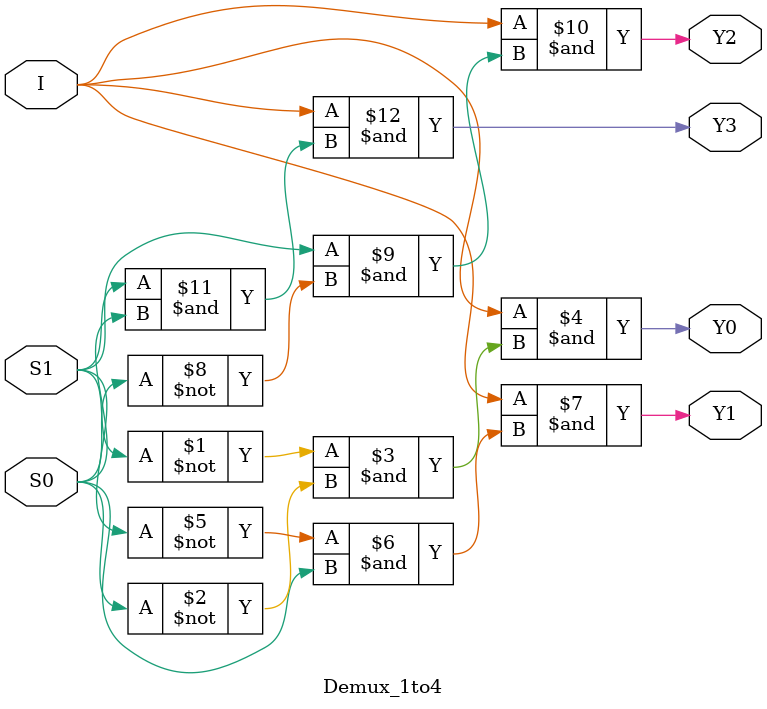
<source format=v>
module Demux_1to4(I,S0,S1,Y0,Y1,Y2,Y3); 
input I,S0,S1; 
output Y0,Y1,Y2,Y3; 
assign Y0 = (I &(~S1&~S0)); 
assign Y1=(I &(~S1&S0)); 
assign Y2=(I &(S1&~S0));
assign Y3=(I &(S1&S0)); 
endmodule
</source>
